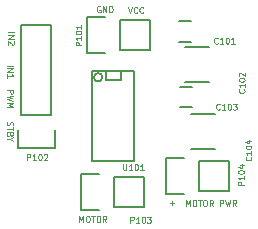
<source format=gto>
G04 #@! TF.FileFunction,Legend,Top*
%FSLAX46Y46*%
G04 Gerber Fmt 4.6, Leading zero omitted, Abs format (unit mm)*
G04 Created by KiCad (PCBNEW (2015-01-29 BZR 5396)-product) date 7/20/2015 11:15:25 PM*
%MOMM*%
G01*
G04 APERTURE LIST*
%ADD10C,0.100000*%
%ADD11C,0.125000*%
%ADD12C,0.150000*%
G04 APERTURE END LIST*
D10*
D11*
X136819047Y-97100000D02*
X136771428Y-97076190D01*
X136700000Y-97076190D01*
X136628571Y-97100000D01*
X136580952Y-97147619D01*
X136557143Y-97195238D01*
X136533333Y-97290476D01*
X136533333Y-97361905D01*
X136557143Y-97457143D01*
X136580952Y-97504762D01*
X136628571Y-97552381D01*
X136700000Y-97576190D01*
X136747619Y-97576190D01*
X136819047Y-97552381D01*
X136842857Y-97528571D01*
X136842857Y-97361905D01*
X136747619Y-97361905D01*
X137057143Y-97576190D02*
X137057143Y-97076190D01*
X137342857Y-97576190D01*
X137342857Y-97076190D01*
X137580953Y-97576190D02*
X137580953Y-97076190D01*
X137700000Y-97076190D01*
X137771429Y-97100000D01*
X137819048Y-97147619D01*
X137842857Y-97195238D01*
X137866667Y-97290476D01*
X137866667Y-97361905D01*
X137842857Y-97457143D01*
X137819048Y-97504762D01*
X137771429Y-97552381D01*
X137700000Y-97576190D01*
X137580953Y-97576190D01*
X139163334Y-97146190D02*
X139330001Y-97646190D01*
X139496667Y-97146190D01*
X139949048Y-97598571D02*
X139925238Y-97622381D01*
X139853810Y-97646190D01*
X139806191Y-97646190D01*
X139734762Y-97622381D01*
X139687143Y-97574762D01*
X139663334Y-97527143D01*
X139639524Y-97431905D01*
X139639524Y-97360476D01*
X139663334Y-97265238D01*
X139687143Y-97217619D01*
X139734762Y-97170000D01*
X139806191Y-97146190D01*
X139853810Y-97146190D01*
X139925238Y-97170000D01*
X139949048Y-97193810D01*
X140449048Y-97598571D02*
X140425238Y-97622381D01*
X140353810Y-97646190D01*
X140306191Y-97646190D01*
X140234762Y-97622381D01*
X140187143Y-97574762D01*
X140163334Y-97527143D01*
X140139524Y-97431905D01*
X140139524Y-97360476D01*
X140163334Y-97265238D01*
X140187143Y-97217619D01*
X140234762Y-97170000D01*
X140306191Y-97146190D01*
X140353810Y-97146190D01*
X140425238Y-97170000D01*
X140449048Y-97193810D01*
X142699524Y-113755714D02*
X143080476Y-113755714D01*
X142890000Y-113946190D02*
X142890000Y-113565238D01*
X144082857Y-113996190D02*
X144082857Y-113496190D01*
X144249523Y-113853333D01*
X144416190Y-113496190D01*
X144416190Y-113996190D01*
X144749524Y-113496190D02*
X144844762Y-113496190D01*
X144892381Y-113520000D01*
X144940000Y-113567619D01*
X144963809Y-113662857D01*
X144963809Y-113829524D01*
X144940000Y-113924762D01*
X144892381Y-113972381D01*
X144844762Y-113996190D01*
X144749524Y-113996190D01*
X144701905Y-113972381D01*
X144654286Y-113924762D01*
X144630476Y-113829524D01*
X144630476Y-113662857D01*
X144654286Y-113567619D01*
X144701905Y-113520000D01*
X144749524Y-113496190D01*
X145106667Y-113496190D02*
X145392381Y-113496190D01*
X145249524Y-113996190D02*
X145249524Y-113496190D01*
X145654286Y-113496190D02*
X145749524Y-113496190D01*
X145797143Y-113520000D01*
X145844762Y-113567619D01*
X145868571Y-113662857D01*
X145868571Y-113829524D01*
X145844762Y-113924762D01*
X145797143Y-113972381D01*
X145749524Y-113996190D01*
X145654286Y-113996190D01*
X145606667Y-113972381D01*
X145559048Y-113924762D01*
X145535238Y-113829524D01*
X145535238Y-113662857D01*
X145559048Y-113567619D01*
X145606667Y-113520000D01*
X145654286Y-113496190D01*
X146368572Y-113996190D02*
X146201905Y-113758095D01*
X146082858Y-113996190D02*
X146082858Y-113496190D01*
X146273334Y-113496190D01*
X146320953Y-113520000D01*
X146344762Y-113543810D01*
X146368572Y-113591429D01*
X146368572Y-113662857D01*
X146344762Y-113710476D01*
X146320953Y-113734286D01*
X146273334Y-113758095D01*
X146082858Y-113758095D01*
X146963810Y-113996190D02*
X146963810Y-113496190D01*
X147154286Y-113496190D01*
X147201905Y-113520000D01*
X147225714Y-113543810D01*
X147249524Y-113591429D01*
X147249524Y-113662857D01*
X147225714Y-113710476D01*
X147201905Y-113734286D01*
X147154286Y-113758095D01*
X146963810Y-113758095D01*
X147416191Y-113496190D02*
X147535238Y-113996190D01*
X147630476Y-113639048D01*
X147725714Y-113996190D01*
X147844762Y-113496190D01*
X148320953Y-113996190D02*
X148154286Y-113758095D01*
X148035239Y-113996190D02*
X148035239Y-113496190D01*
X148225715Y-113496190D01*
X148273334Y-113520000D01*
X148297143Y-113543810D01*
X148320953Y-113591429D01*
X148320953Y-113662857D01*
X148297143Y-113710476D01*
X148273334Y-113734286D01*
X148225715Y-113758095D01*
X148035239Y-113758095D01*
X135049048Y-115336190D02*
X135049048Y-114836190D01*
X135215714Y-115193333D01*
X135382381Y-114836190D01*
X135382381Y-115336190D01*
X135715715Y-114836190D02*
X135810953Y-114836190D01*
X135858572Y-114860000D01*
X135906191Y-114907619D01*
X135930000Y-115002857D01*
X135930000Y-115169524D01*
X135906191Y-115264762D01*
X135858572Y-115312381D01*
X135810953Y-115336190D01*
X135715715Y-115336190D01*
X135668096Y-115312381D01*
X135620477Y-115264762D01*
X135596667Y-115169524D01*
X135596667Y-115002857D01*
X135620477Y-114907619D01*
X135668096Y-114860000D01*
X135715715Y-114836190D01*
X136072858Y-114836190D02*
X136358572Y-114836190D01*
X136215715Y-115336190D02*
X136215715Y-114836190D01*
X136620477Y-114836190D02*
X136715715Y-114836190D01*
X136763334Y-114860000D01*
X136810953Y-114907619D01*
X136834762Y-115002857D01*
X136834762Y-115169524D01*
X136810953Y-115264762D01*
X136763334Y-115312381D01*
X136715715Y-115336190D01*
X136620477Y-115336190D01*
X136572858Y-115312381D01*
X136525239Y-115264762D01*
X136501429Y-115169524D01*
X136501429Y-115002857D01*
X136525239Y-114907619D01*
X136572858Y-114860000D01*
X136620477Y-114836190D01*
X137334763Y-115336190D02*
X137168096Y-115098095D01*
X137049049Y-115336190D02*
X137049049Y-114836190D01*
X137239525Y-114836190D01*
X137287144Y-114860000D01*
X137310953Y-114883810D01*
X137334763Y-114931429D01*
X137334763Y-115002857D01*
X137310953Y-115050476D01*
X137287144Y-115074286D01*
X137239525Y-115098095D01*
X137049049Y-115098095D01*
X129023810Y-99300001D02*
X129523810Y-99300001D01*
X129023810Y-99538096D02*
X129523810Y-99538096D01*
X129023810Y-99823810D01*
X129523810Y-99823810D01*
X129476190Y-100038096D02*
X129500000Y-100061906D01*
X129523810Y-100109525D01*
X129523810Y-100228572D01*
X129500000Y-100276191D01*
X129476190Y-100300001D01*
X129428571Y-100323810D01*
X129380952Y-100323810D01*
X129309524Y-100300001D01*
X129023810Y-100014287D01*
X129023810Y-100323810D01*
X128963810Y-102100001D02*
X129463810Y-102100001D01*
X128963810Y-102338096D02*
X129463810Y-102338096D01*
X128963810Y-102623810D01*
X129463810Y-102623810D01*
X128963810Y-103123810D02*
X128963810Y-102838096D01*
X128963810Y-102980953D02*
X129463810Y-102980953D01*
X129392381Y-102933334D01*
X129344762Y-102885715D01*
X129320952Y-102838096D01*
X128963810Y-104187619D02*
X129463810Y-104187619D01*
X129463810Y-104378095D01*
X129440000Y-104425714D01*
X129416190Y-104449523D01*
X129368571Y-104473333D01*
X129297143Y-104473333D01*
X129249524Y-104449523D01*
X129225714Y-104425714D01*
X129201905Y-104378095D01*
X129201905Y-104187619D01*
X129463810Y-104640000D02*
X128963810Y-104759047D01*
X129320952Y-104854285D01*
X128963810Y-104949523D01*
X129463810Y-105068571D01*
X128963810Y-105259048D02*
X129463810Y-105259048D01*
X129106667Y-105425714D01*
X129463810Y-105592381D01*
X128963810Y-105592381D01*
X128937619Y-106882382D02*
X128913810Y-106953811D01*
X128913810Y-107072858D01*
X128937619Y-107120477D01*
X128961429Y-107144287D01*
X129009048Y-107168096D01*
X129056667Y-107168096D01*
X129104286Y-107144287D01*
X129128095Y-107120477D01*
X129151905Y-107072858D01*
X129175714Y-106977620D01*
X129199524Y-106930001D01*
X129223333Y-106906192D01*
X129270952Y-106882382D01*
X129318571Y-106882382D01*
X129366190Y-106906192D01*
X129390000Y-106930001D01*
X129413810Y-106977620D01*
X129413810Y-107096668D01*
X129390000Y-107168096D01*
X129413810Y-107310953D02*
X129413810Y-107596667D01*
X128913810Y-107453810D02*
X129413810Y-107453810D01*
X129175714Y-107930000D02*
X129151905Y-108001429D01*
X129128095Y-108025238D01*
X129080476Y-108049048D01*
X129009048Y-108049048D01*
X128961429Y-108025238D01*
X128937619Y-108001429D01*
X128913810Y-107953810D01*
X128913810Y-107763334D01*
X129413810Y-107763334D01*
X129413810Y-107930000D01*
X129390000Y-107977619D01*
X129366190Y-108001429D01*
X129318571Y-108025238D01*
X129270952Y-108025238D01*
X129223333Y-108001429D01*
X129199524Y-107977619D01*
X129175714Y-107930000D01*
X129175714Y-107763334D01*
X129151905Y-108358572D02*
X128913810Y-108358572D01*
X129413810Y-108191905D02*
X129151905Y-108358572D01*
X129413810Y-108525238D01*
D12*
X144500000Y-98370000D02*
X143500000Y-98370000D01*
X143500000Y-100070000D02*
X144500000Y-100070000D01*
X146030000Y-100505000D02*
X144030000Y-100505000D01*
X144030000Y-103455000D02*
X146030000Y-103455000D01*
X144570000Y-103900000D02*
X143570000Y-103900000D01*
X143570000Y-105600000D02*
X144570000Y-105600000D01*
X146530000Y-106245000D02*
X144530000Y-106245000D01*
X144530000Y-109195000D02*
X146530000Y-109195000D01*
X138510000Y-98250000D02*
X141050000Y-98250000D01*
X135690000Y-97970000D02*
X137240000Y-97970000D01*
X138510000Y-98250000D02*
X138510000Y-100790000D01*
X137240000Y-101070000D02*
X135690000Y-101070000D01*
X135690000Y-101070000D02*
X135690000Y-97970000D01*
X138510000Y-100790000D02*
X141050000Y-100790000D01*
X141050000Y-100790000D02*
X141050000Y-98250000D01*
X132680000Y-106250000D02*
X132680000Y-98630000D01*
X130140000Y-106250000D02*
X130140000Y-98630000D01*
X129860000Y-109070000D02*
X129860000Y-107520000D01*
X132680000Y-98630000D02*
X130140000Y-98630000D01*
X130140000Y-106250000D02*
X132680000Y-106250000D01*
X132960000Y-107520000D02*
X132960000Y-109070000D01*
X132960000Y-109070000D02*
X129860000Y-109070000D01*
X137970000Y-111540000D02*
X140510000Y-111540000D01*
X135150000Y-111260000D02*
X136700000Y-111260000D01*
X137970000Y-111540000D02*
X137970000Y-114080000D01*
X136700000Y-114360000D02*
X135150000Y-114360000D01*
X135150000Y-114360000D02*
X135150000Y-111260000D01*
X137970000Y-114080000D02*
X140510000Y-114080000D01*
X140510000Y-114080000D02*
X140510000Y-111540000D01*
X145220000Y-110180000D02*
X147760000Y-110180000D01*
X142400000Y-109900000D02*
X143950000Y-109900000D01*
X145220000Y-110180000D02*
X145220000Y-112720000D01*
X143950000Y-113000000D02*
X142400000Y-113000000D01*
X142400000Y-113000000D02*
X142400000Y-109900000D01*
X145220000Y-112720000D02*
X147760000Y-112720000D01*
X147760000Y-112720000D02*
X147760000Y-110180000D01*
X139688000Y-110210000D02*
X139688000Y-102590000D01*
X136132000Y-102590000D02*
X136132000Y-110210000D01*
X139688000Y-110210000D02*
X136132000Y-110210000D01*
X136132000Y-102590000D02*
X139688000Y-102590000D01*
X136999210Y-103098000D02*
G75*
G03X136999210Y-103098000I-359210J0D01*
G01*
X138545000Y-102590000D02*
X138545000Y-103352000D01*
X138545000Y-103352000D02*
X137275000Y-103352000D01*
X137275000Y-103352000D02*
X137275000Y-102590000D01*
D11*
X146770477Y-100188571D02*
X146746667Y-100212381D01*
X146675239Y-100236190D01*
X146627620Y-100236190D01*
X146556191Y-100212381D01*
X146508572Y-100164762D01*
X146484763Y-100117143D01*
X146460953Y-100021905D01*
X146460953Y-99950476D01*
X146484763Y-99855238D01*
X146508572Y-99807619D01*
X146556191Y-99760000D01*
X146627620Y-99736190D01*
X146675239Y-99736190D01*
X146746667Y-99760000D01*
X146770477Y-99783810D01*
X147246667Y-100236190D02*
X146960953Y-100236190D01*
X147103810Y-100236190D02*
X147103810Y-99736190D01*
X147056191Y-99807619D01*
X147008572Y-99855238D01*
X146960953Y-99879048D01*
X147556191Y-99736190D02*
X147603810Y-99736190D01*
X147651429Y-99760000D01*
X147675238Y-99783810D01*
X147699048Y-99831429D01*
X147722857Y-99926667D01*
X147722857Y-100045714D01*
X147699048Y-100140952D01*
X147675238Y-100188571D01*
X147651429Y-100212381D01*
X147603810Y-100236190D01*
X147556191Y-100236190D01*
X147508572Y-100212381D01*
X147484762Y-100188571D01*
X147460953Y-100140952D01*
X147437143Y-100045714D01*
X147437143Y-99926667D01*
X147460953Y-99831429D01*
X147484762Y-99783810D01*
X147508572Y-99760000D01*
X147556191Y-99736190D01*
X148199047Y-100236190D02*
X147913333Y-100236190D01*
X148056190Y-100236190D02*
X148056190Y-99736190D01*
X148008571Y-99807619D01*
X147960952Y-99855238D01*
X147913333Y-99879048D01*
X148998571Y-104119523D02*
X149022381Y-104143333D01*
X149046190Y-104214761D01*
X149046190Y-104262380D01*
X149022381Y-104333809D01*
X148974762Y-104381428D01*
X148927143Y-104405237D01*
X148831905Y-104429047D01*
X148760476Y-104429047D01*
X148665238Y-104405237D01*
X148617619Y-104381428D01*
X148570000Y-104333809D01*
X148546190Y-104262380D01*
X148546190Y-104214761D01*
X148570000Y-104143333D01*
X148593810Y-104119523D01*
X149046190Y-103643333D02*
X149046190Y-103929047D01*
X149046190Y-103786190D02*
X148546190Y-103786190D01*
X148617619Y-103833809D01*
X148665238Y-103881428D01*
X148689048Y-103929047D01*
X148546190Y-103333809D02*
X148546190Y-103286190D01*
X148570000Y-103238571D01*
X148593810Y-103214762D01*
X148641429Y-103190952D01*
X148736667Y-103167143D01*
X148855714Y-103167143D01*
X148950952Y-103190952D01*
X148998571Y-103214762D01*
X149022381Y-103238571D01*
X149046190Y-103286190D01*
X149046190Y-103333809D01*
X149022381Y-103381428D01*
X148998571Y-103405238D01*
X148950952Y-103429047D01*
X148855714Y-103452857D01*
X148736667Y-103452857D01*
X148641429Y-103429047D01*
X148593810Y-103405238D01*
X148570000Y-103381428D01*
X148546190Y-103333809D01*
X148593810Y-102976667D02*
X148570000Y-102952857D01*
X148546190Y-102905238D01*
X148546190Y-102786191D01*
X148570000Y-102738572D01*
X148593810Y-102714762D01*
X148641429Y-102690953D01*
X148689048Y-102690953D01*
X148760476Y-102714762D01*
X149046190Y-103000476D01*
X149046190Y-102690953D01*
X146930477Y-105788571D02*
X146906667Y-105812381D01*
X146835239Y-105836190D01*
X146787620Y-105836190D01*
X146716191Y-105812381D01*
X146668572Y-105764762D01*
X146644763Y-105717143D01*
X146620953Y-105621905D01*
X146620953Y-105550476D01*
X146644763Y-105455238D01*
X146668572Y-105407619D01*
X146716191Y-105360000D01*
X146787620Y-105336190D01*
X146835239Y-105336190D01*
X146906667Y-105360000D01*
X146930477Y-105383810D01*
X147406667Y-105836190D02*
X147120953Y-105836190D01*
X147263810Y-105836190D02*
X147263810Y-105336190D01*
X147216191Y-105407619D01*
X147168572Y-105455238D01*
X147120953Y-105479048D01*
X147716191Y-105336190D02*
X147763810Y-105336190D01*
X147811429Y-105360000D01*
X147835238Y-105383810D01*
X147859048Y-105431429D01*
X147882857Y-105526667D01*
X147882857Y-105645714D01*
X147859048Y-105740952D01*
X147835238Y-105788571D01*
X147811429Y-105812381D01*
X147763810Y-105836190D01*
X147716191Y-105836190D01*
X147668572Y-105812381D01*
X147644762Y-105788571D01*
X147620953Y-105740952D01*
X147597143Y-105645714D01*
X147597143Y-105526667D01*
X147620953Y-105431429D01*
X147644762Y-105383810D01*
X147668572Y-105360000D01*
X147716191Y-105336190D01*
X148049524Y-105336190D02*
X148359047Y-105336190D01*
X148192381Y-105526667D01*
X148263809Y-105526667D01*
X148311428Y-105550476D01*
X148335238Y-105574286D01*
X148359047Y-105621905D01*
X148359047Y-105740952D01*
X148335238Y-105788571D01*
X148311428Y-105812381D01*
X148263809Y-105836190D01*
X148120952Y-105836190D01*
X148073333Y-105812381D01*
X148049524Y-105788571D01*
X149568571Y-109829523D02*
X149592381Y-109853333D01*
X149616190Y-109924761D01*
X149616190Y-109972380D01*
X149592381Y-110043809D01*
X149544762Y-110091428D01*
X149497143Y-110115237D01*
X149401905Y-110139047D01*
X149330476Y-110139047D01*
X149235238Y-110115237D01*
X149187619Y-110091428D01*
X149140000Y-110043809D01*
X149116190Y-109972380D01*
X149116190Y-109924761D01*
X149140000Y-109853333D01*
X149163810Y-109829523D01*
X149616190Y-109353333D02*
X149616190Y-109639047D01*
X149616190Y-109496190D02*
X149116190Y-109496190D01*
X149187619Y-109543809D01*
X149235238Y-109591428D01*
X149259048Y-109639047D01*
X149116190Y-109043809D02*
X149116190Y-108996190D01*
X149140000Y-108948571D01*
X149163810Y-108924762D01*
X149211429Y-108900952D01*
X149306667Y-108877143D01*
X149425714Y-108877143D01*
X149520952Y-108900952D01*
X149568571Y-108924762D01*
X149592381Y-108948571D01*
X149616190Y-108996190D01*
X149616190Y-109043809D01*
X149592381Y-109091428D01*
X149568571Y-109115238D01*
X149520952Y-109139047D01*
X149425714Y-109162857D01*
X149306667Y-109162857D01*
X149211429Y-109139047D01*
X149163810Y-109115238D01*
X149140000Y-109091428D01*
X149116190Y-109043809D01*
X149282857Y-108448572D02*
X149616190Y-108448572D01*
X149092381Y-108567619D02*
X149449524Y-108686667D01*
X149449524Y-108377143D01*
X135226190Y-100395237D02*
X134726190Y-100395237D01*
X134726190Y-100204761D01*
X134750000Y-100157142D01*
X134773810Y-100133333D01*
X134821429Y-100109523D01*
X134892857Y-100109523D01*
X134940476Y-100133333D01*
X134964286Y-100157142D01*
X134988095Y-100204761D01*
X134988095Y-100395237D01*
X135226190Y-99633333D02*
X135226190Y-99919047D01*
X135226190Y-99776190D02*
X134726190Y-99776190D01*
X134797619Y-99823809D01*
X134845238Y-99871428D01*
X134869048Y-99919047D01*
X134726190Y-99323809D02*
X134726190Y-99276190D01*
X134750000Y-99228571D01*
X134773810Y-99204762D01*
X134821429Y-99180952D01*
X134916667Y-99157143D01*
X135035714Y-99157143D01*
X135130952Y-99180952D01*
X135178571Y-99204762D01*
X135202381Y-99228571D01*
X135226190Y-99276190D01*
X135226190Y-99323809D01*
X135202381Y-99371428D01*
X135178571Y-99395238D01*
X135130952Y-99419047D01*
X135035714Y-99442857D01*
X134916667Y-99442857D01*
X134821429Y-99419047D01*
X134773810Y-99395238D01*
X134750000Y-99371428D01*
X134726190Y-99323809D01*
X135226190Y-98680953D02*
X135226190Y-98966667D01*
X135226190Y-98823810D02*
X134726190Y-98823810D01*
X134797619Y-98871429D01*
X134845238Y-98919048D01*
X134869048Y-98966667D01*
X130624763Y-110096190D02*
X130624763Y-109596190D01*
X130815239Y-109596190D01*
X130862858Y-109620000D01*
X130886667Y-109643810D01*
X130910477Y-109691429D01*
X130910477Y-109762857D01*
X130886667Y-109810476D01*
X130862858Y-109834286D01*
X130815239Y-109858095D01*
X130624763Y-109858095D01*
X131386667Y-110096190D02*
X131100953Y-110096190D01*
X131243810Y-110096190D02*
X131243810Y-109596190D01*
X131196191Y-109667619D01*
X131148572Y-109715238D01*
X131100953Y-109739048D01*
X131696191Y-109596190D02*
X131743810Y-109596190D01*
X131791429Y-109620000D01*
X131815238Y-109643810D01*
X131839048Y-109691429D01*
X131862857Y-109786667D01*
X131862857Y-109905714D01*
X131839048Y-110000952D01*
X131815238Y-110048571D01*
X131791429Y-110072381D01*
X131743810Y-110096190D01*
X131696191Y-110096190D01*
X131648572Y-110072381D01*
X131624762Y-110048571D01*
X131600953Y-110000952D01*
X131577143Y-109905714D01*
X131577143Y-109786667D01*
X131600953Y-109691429D01*
X131624762Y-109643810D01*
X131648572Y-109620000D01*
X131696191Y-109596190D01*
X132053333Y-109643810D02*
X132077143Y-109620000D01*
X132124762Y-109596190D01*
X132243809Y-109596190D01*
X132291428Y-109620000D01*
X132315238Y-109643810D01*
X132339047Y-109691429D01*
X132339047Y-109739048D01*
X132315238Y-109810476D01*
X132029524Y-110096190D01*
X132339047Y-110096190D01*
X139374763Y-115416190D02*
X139374763Y-114916190D01*
X139565239Y-114916190D01*
X139612858Y-114940000D01*
X139636667Y-114963810D01*
X139660477Y-115011429D01*
X139660477Y-115082857D01*
X139636667Y-115130476D01*
X139612858Y-115154286D01*
X139565239Y-115178095D01*
X139374763Y-115178095D01*
X140136667Y-115416190D02*
X139850953Y-115416190D01*
X139993810Y-115416190D02*
X139993810Y-114916190D01*
X139946191Y-114987619D01*
X139898572Y-115035238D01*
X139850953Y-115059048D01*
X140446191Y-114916190D02*
X140493810Y-114916190D01*
X140541429Y-114940000D01*
X140565238Y-114963810D01*
X140589048Y-115011429D01*
X140612857Y-115106667D01*
X140612857Y-115225714D01*
X140589048Y-115320952D01*
X140565238Y-115368571D01*
X140541429Y-115392381D01*
X140493810Y-115416190D01*
X140446191Y-115416190D01*
X140398572Y-115392381D01*
X140374762Y-115368571D01*
X140350953Y-115320952D01*
X140327143Y-115225714D01*
X140327143Y-115106667D01*
X140350953Y-115011429D01*
X140374762Y-114963810D01*
X140398572Y-114940000D01*
X140446191Y-114916190D01*
X140779524Y-114916190D02*
X141089047Y-114916190D01*
X140922381Y-115106667D01*
X140993809Y-115106667D01*
X141041428Y-115130476D01*
X141065238Y-115154286D01*
X141089047Y-115201905D01*
X141089047Y-115320952D01*
X141065238Y-115368571D01*
X141041428Y-115392381D01*
X140993809Y-115416190D01*
X140850952Y-115416190D01*
X140803333Y-115392381D01*
X140779524Y-115368571D01*
X148976190Y-112215237D02*
X148476190Y-112215237D01*
X148476190Y-112024761D01*
X148500000Y-111977142D01*
X148523810Y-111953333D01*
X148571429Y-111929523D01*
X148642857Y-111929523D01*
X148690476Y-111953333D01*
X148714286Y-111977142D01*
X148738095Y-112024761D01*
X148738095Y-112215237D01*
X148976190Y-111453333D02*
X148976190Y-111739047D01*
X148976190Y-111596190D02*
X148476190Y-111596190D01*
X148547619Y-111643809D01*
X148595238Y-111691428D01*
X148619048Y-111739047D01*
X148476190Y-111143809D02*
X148476190Y-111096190D01*
X148500000Y-111048571D01*
X148523810Y-111024762D01*
X148571429Y-111000952D01*
X148666667Y-110977143D01*
X148785714Y-110977143D01*
X148880952Y-111000952D01*
X148928571Y-111024762D01*
X148952381Y-111048571D01*
X148976190Y-111096190D01*
X148976190Y-111143809D01*
X148952381Y-111191428D01*
X148928571Y-111215238D01*
X148880952Y-111239047D01*
X148785714Y-111262857D01*
X148666667Y-111262857D01*
X148571429Y-111239047D01*
X148523810Y-111215238D01*
X148500000Y-111191428D01*
X148476190Y-111143809D01*
X148642857Y-110548572D02*
X148976190Y-110548572D01*
X148452381Y-110667619D02*
X148809524Y-110786667D01*
X148809524Y-110477143D01*
X138742858Y-110446190D02*
X138742858Y-110850952D01*
X138766667Y-110898571D01*
X138790477Y-110922381D01*
X138838096Y-110946190D01*
X138933334Y-110946190D01*
X138980953Y-110922381D01*
X139004762Y-110898571D01*
X139028572Y-110850952D01*
X139028572Y-110446190D01*
X139528572Y-110946190D02*
X139242858Y-110946190D01*
X139385715Y-110946190D02*
X139385715Y-110446190D01*
X139338096Y-110517619D01*
X139290477Y-110565238D01*
X139242858Y-110589048D01*
X139838096Y-110446190D02*
X139885715Y-110446190D01*
X139933334Y-110470000D01*
X139957143Y-110493810D01*
X139980953Y-110541429D01*
X140004762Y-110636667D01*
X140004762Y-110755714D01*
X139980953Y-110850952D01*
X139957143Y-110898571D01*
X139933334Y-110922381D01*
X139885715Y-110946190D01*
X139838096Y-110946190D01*
X139790477Y-110922381D01*
X139766667Y-110898571D01*
X139742858Y-110850952D01*
X139719048Y-110755714D01*
X139719048Y-110636667D01*
X139742858Y-110541429D01*
X139766667Y-110493810D01*
X139790477Y-110470000D01*
X139838096Y-110446190D01*
X140480952Y-110946190D02*
X140195238Y-110946190D01*
X140338095Y-110946190D02*
X140338095Y-110446190D01*
X140290476Y-110517619D01*
X140242857Y-110565238D01*
X140195238Y-110589048D01*
M02*

</source>
